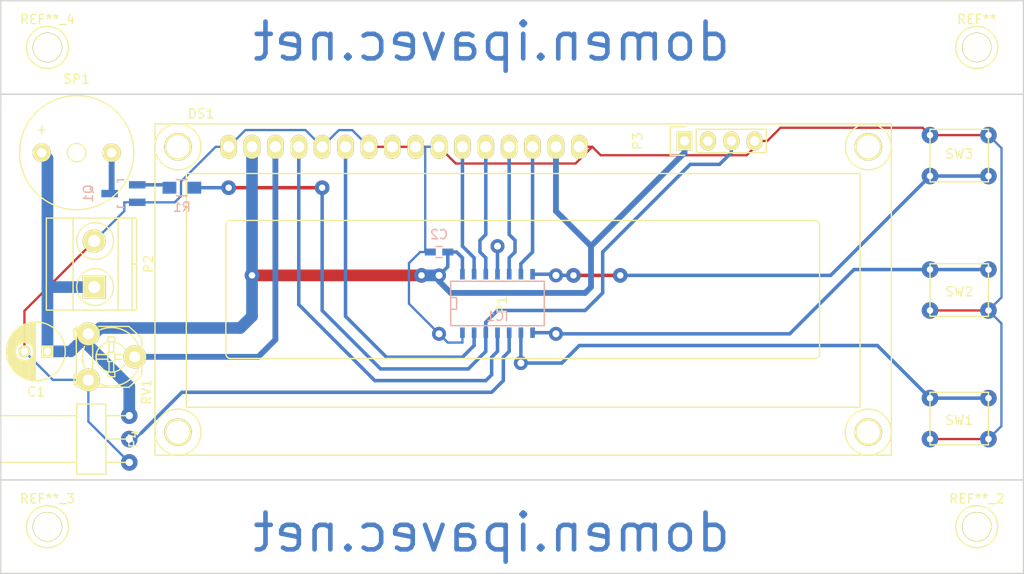
<source format=kicad_pcb>
(kicad_pcb (version 20171130) (host pcbnew "(5.1.12)-1")

  (general
    (thickness 1.6)
    (drawings 21)
    (tracks 190)
    (zones 0)
    (modules 19)
    (nets 19)
  )

  (page A4)
  (layers
    (0 F.Cu signal)
    (31 B.Cu signal)
    (32 B.Adhes user)
    (33 F.Adhes user hide)
    (34 B.Paste user)
    (35 F.Paste user)
    (36 B.SilkS user)
    (37 F.SilkS user)
    (38 B.Mask user)
    (39 F.Mask user)
    (40 Dwgs.User user)
    (41 Cmts.User user)
    (42 Eco1.User user)
    (43 Eco2.User user)
    (44 Edge.Cuts user)
    (45 Margin user)
    (46 B.CrtYd user)
    (47 F.CrtYd user)
    (48 B.Fab user)
    (49 F.Fab user)
  )

  (setup
    (last_trace_width 0.25)
    (user_trace_width 0.381)
    (user_trace_width 0.635)
    (user_trace_width 1.27)
    (user_trace_width 2.54)
    (trace_clearance 0.381)
    (zone_clearance 0.8)
    (zone_45_only no)
    (trace_min 0.2)
    (via_size 1.6)
    (via_drill 0.7)
    (via_min_size 0.4)
    (via_min_drill 0.3)
    (uvia_size 0.3)
    (uvia_drill 0.1)
    (uvias_allowed no)
    (uvia_min_size 0.2)
    (uvia_min_drill 0.1)
    (edge_width 0.15)
    (segment_width 0.2)
    (pcb_text_width 0.3)
    (pcb_text_size 1.5 1.5)
    (mod_edge_width 0.15)
    (mod_text_size 1 1)
    (mod_text_width 0.15)
    (pad_size 3.2 3.2)
    (pad_drill 3)
    (pad_to_mask_clearance 0.2)
    (aux_axis_origin 0 0)
    (visible_elements 7FFFFFFF)
    (pcbplotparams
      (layerselection 0x00000_80000000)
      (usegerberextensions false)
      (usegerberattributes true)
      (usegerberadvancedattributes true)
      (creategerberjobfile true)
      (excludeedgelayer false)
      (linewidth 0.100000)
      (plotframeref false)
      (viasonmask false)
      (mode 1)
      (useauxorigin false)
      (hpglpennumber 1)
      (hpglpenspeed 20)
      (hpglpendiameter 15.000000)
      (psnegative false)
      (psa4output false)
      (plotreference false)
      (plotvalue false)
      (plotinvisibletext false)
      (padsonsilk false)
      (subtractmaskfromsilk false)
      (outputformat 5)
      (mirror false)
      (drillshape 1)
      (scaleselection 1)
      (outputdirectory ""))
  )

  (net 0 "")
  (net 1 GND)
  (net 2 +5V)
  (net 3 "Net-(DS1-Pad3)")
  (net 4 RS)
  (net 5 E)
  (net 6 D4)
  (net 7 D5)
  (net 8 D6)
  (net 9 D7)
  (net 10 AVR_RESET)
  (net 11 AVR_MOSI)
  (net 12 AVR_MISO)
  (net 13 AVR_SCK)
  (net 14 TXD)
  (net 15 DQ)
  (net 16 "Net-(P3-Pad2)")
  (net 17 "Net-(Q1-Pad1)")
  (net 18 "Net-(Q1-Pad3)")

  (net_class Default "This is the default net class."
    (clearance 0.381)
    (trace_width 0.25)
    (via_dia 1.6)
    (via_drill 0.7)
    (uvia_dia 0.3)
    (uvia_drill 0.1)
    (add_net +5V)
    (add_net AVR_MISO)
    (add_net AVR_MOSI)
    (add_net AVR_RESET)
    (add_net AVR_SCK)
    (add_net D4)
    (add_net D5)
    (add_net D6)
    (add_net D7)
    (add_net DQ)
    (add_net E)
    (add_net GND)
    (add_net "Net-(DS1-Pad3)")
    (add_net "Net-(P3-Pad2)")
    (add_net "Net-(Q1-Pad1)")
    (add_net "Net-(Q1-Pad3)")
    (add_net RS)
    (add_net TXD)
  )

  (module Connect:1pin (layer F.Cu) (tedit 57F563DD) (tstamp 57F56405)
    (at 139.065 97.155)
    (descr "module 1 pin (ou trou mecanique de percage)")
    (tags DEV)
    (fp_text reference REF**_4 (at 0 -3.048) (layer F.SilkS)
      (effects (font (size 1 1) (thickness 0.15)))
    )
    (fp_text value 1pin (at 0 2.794) (layer F.Fab)
      (effects (font (size 1 1) (thickness 0.15)))
    )
    (fp_circle (center 0 0) (end 0 -2.286) (layer F.SilkS) (width 0.15))
    (pad 1 thru_hole circle (at 0 0) (size 3.2 3.2) (drill 3) (layers *.Cu *.Mask F.SilkS))
  )

  (module Connect:1pin (layer F.Cu) (tedit 57F563DD) (tstamp 57F563FA)
    (at 139.065 149.225)
    (descr "module 1 pin (ou trou mecanique de percage)")
    (tags DEV)
    (fp_text reference REF**_3 (at 0 -3.048) (layer F.SilkS)
      (effects (font (size 1 1) (thickness 0.15)))
    )
    (fp_text value 1pin (at 0 2.794) (layer F.Fab)
      (effects (font (size 1 1) (thickness 0.15)))
    )
    (fp_circle (center 0 0) (end 0 -2.286) (layer F.SilkS) (width 0.15))
    (pad 1 thru_hole circle (at 0 0) (size 3.2 3.2) (drill 3) (layers *.Cu *.Mask F.SilkS))
  )

  (module Connect:1pin (layer F.Cu) (tedit 57F563DD) (tstamp 57F563F0)
    (at 240.03 149.225)
    (descr "module 1 pin (ou trou mecanique de percage)")
    (tags DEV)
    (fp_text reference REF**_2 (at 0 -3.048) (layer F.SilkS)
      (effects (font (size 1 1) (thickness 0.15)))
    )
    (fp_text value 1pin (at 0 2.794) (layer F.Fab)
      (effects (font (size 1 1) (thickness 0.15)))
    )
    (fp_circle (center 0 0) (end 0 -2.286) (layer F.SilkS) (width 0.15))
    (pad 1 thru_hole circle (at 0 0) (size 3.2 3.2) (drill 3) (layers *.Cu *.Mask F.SilkS))
  )

  (module Capacitors_ThroughHole:C_Radial_D6.3_L11.2_P2.5 (layer F.Cu) (tedit 0) (tstamp 57F53BC5)
    (at 139.065 130.175 180)
    (descr "Radial Electrolytic Capacitor, Diameter 6.3mm x Length 11.2mm, Pitch 2.5mm")
    (tags "Electrolytic Capacitor")
    (path /57F53D7D)
    (fp_text reference C1 (at 1.25 -4.4 180) (layer F.SilkS)
      (effects (font (size 1 1) (thickness 0.15)))
    )
    (fp_text value 100uF (at 1.25 4.4 180) (layer F.Fab)
      (effects (font (size 1 1) (thickness 0.15)))
    )
    (fp_circle (center 1.25 0) (end 1.25 -3.4) (layer F.CrtYd) (width 0.05))
    (fp_circle (center 1.25 0) (end 1.25 -3.1875) (layer F.SilkS) (width 0.15))
    (fp_circle (center 2.5 0) (end 2.5 -1) (layer F.SilkS) (width 0.15))
    (fp_line (start 4.265 -0.912) (end 4.265 0.912) (layer F.SilkS) (width 0.15))
    (fp_line (start 4.125 -1.287) (end 4.125 1.287) (layer F.SilkS) (width 0.15))
    (fp_line (start 3.985 -1.563) (end 3.985 1.563) (layer F.SilkS) (width 0.15))
    (fp_line (start 3.845 -1.786) (end 3.845 1.786) (layer F.SilkS) (width 0.15))
    (fp_line (start 3.705 -1.974) (end 3.705 1.974) (layer F.SilkS) (width 0.15))
    (fp_line (start 3.565 -2.136) (end 3.565 2.136) (layer F.SilkS) (width 0.15))
    (fp_line (start 3.425 0.38) (end 3.425 2.279) (layer F.SilkS) (width 0.15))
    (fp_line (start 3.425 -2.279) (end 3.425 -0.38) (layer F.SilkS) (width 0.15))
    (fp_line (start 3.285 0.619) (end 3.285 2.404) (layer F.SilkS) (width 0.15))
    (fp_line (start 3.285 -2.404) (end 3.285 -0.619) (layer F.SilkS) (width 0.15))
    (fp_line (start 3.145 0.764) (end 3.145 2.516) (layer F.SilkS) (width 0.15))
    (fp_line (start 3.145 -2.516) (end 3.145 -0.764) (layer F.SilkS) (width 0.15))
    (fp_line (start 3.005 0.863) (end 3.005 2.616) (layer F.SilkS) (width 0.15))
    (fp_line (start 3.005 -2.616) (end 3.005 -0.863) (layer F.SilkS) (width 0.15))
    (fp_line (start 2.865 0.931) (end 2.865 2.704) (layer F.SilkS) (width 0.15))
    (fp_line (start 2.865 -2.704) (end 2.865 -0.931) (layer F.SilkS) (width 0.15))
    (fp_line (start 2.725 0.974) (end 2.725 2.783) (layer F.SilkS) (width 0.15))
    (fp_line (start 2.725 -2.783) (end 2.725 -0.974) (layer F.SilkS) (width 0.15))
    (fp_line (start 2.585 0.996) (end 2.585 2.853) (layer F.SilkS) (width 0.15))
    (fp_line (start 2.585 -2.853) (end 2.585 -0.996) (layer F.SilkS) (width 0.15))
    (fp_line (start 2.445 0.998) (end 2.445 2.915) (layer F.SilkS) (width 0.15))
    (fp_line (start 2.445 -2.915) (end 2.445 -0.998) (layer F.SilkS) (width 0.15))
    (fp_line (start 2.305 0.981) (end 2.305 2.968) (layer F.SilkS) (width 0.15))
    (fp_line (start 2.305 -2.968) (end 2.305 -0.981) (layer F.SilkS) (width 0.15))
    (fp_line (start 2.165 0.942) (end 2.165 3.014) (layer F.SilkS) (width 0.15))
    (fp_line (start 2.165 -3.014) (end 2.165 -0.942) (layer F.SilkS) (width 0.15))
    (fp_line (start 2.025 0.88) (end 2.025 3.053) (layer F.SilkS) (width 0.15))
    (fp_line (start 2.025 -3.053) (end 2.025 -0.88) (layer F.SilkS) (width 0.15))
    (fp_line (start 1.885 0.789) (end 1.885 3.085) (layer F.SilkS) (width 0.15))
    (fp_line (start 1.885 -3.085) (end 1.885 -0.789) (layer F.SilkS) (width 0.15))
    (fp_line (start 1.745 0.656) (end 1.745 3.111) (layer F.SilkS) (width 0.15))
    (fp_line (start 1.745 -3.111) (end 1.745 -0.656) (layer F.SilkS) (width 0.15))
    (fp_line (start 1.605 0.446) (end 1.605 3.13) (layer F.SilkS) (width 0.15))
    (fp_line (start 1.605 -3.13) (end 1.605 -0.446) (layer F.SilkS) (width 0.15))
    (fp_line (start 1.465 -3.143) (end 1.465 3.143) (layer F.SilkS) (width 0.15))
    (fp_line (start 1.325 -3.149) (end 1.325 3.149) (layer F.SilkS) (width 0.15))
    (pad 2 thru_hole circle (at 2.5 0 180) (size 1.3 1.3) (drill 0.8) (layers *.Cu *.Mask F.SilkS)
      (net 1 GND))
    (pad 1 thru_hole rect (at 0 0 180) (size 1.3 1.3) (drill 0.8) (layers *.Cu *.Mask F.SilkS)
      (net 2 +5V))
    (model Capacitors_ThroughHole.3dshapes/C_Radial_D6.3_L11.2_P2.5.wrl
      (at (xyz 0 0 0))
      (scale (xyz 1 1 1))
      (rotate (xyz 0 0 0))
    )
  )

  (module Capacitors_SMD:C_0603_HandSoldering (layer B.Cu) (tedit 541A9B4D) (tstamp 57F53BCB)
    (at 181.61 119.38 180)
    (descr "Capacitor SMD 0603, hand soldering")
    (tags "capacitor 0603")
    (path /57ED51F5)
    (attr smd)
    (fp_text reference C2 (at 0 1.9 180) (layer B.SilkS)
      (effects (font (size 1 1) (thickness 0.15)) (justify mirror))
    )
    (fp_text value 100nF (at 0 -1.9 180) (layer B.Fab)
      (effects (font (size 1 1) (thickness 0.15)) (justify mirror))
    )
    (fp_line (start 0.35 -0.6) (end -0.35 -0.6) (layer B.SilkS) (width 0.15))
    (fp_line (start -0.35 0.6) (end 0.35 0.6) (layer B.SilkS) (width 0.15))
    (fp_line (start 1.85 0.75) (end 1.85 -0.75) (layer B.CrtYd) (width 0.05))
    (fp_line (start -1.85 0.75) (end -1.85 -0.75) (layer B.CrtYd) (width 0.05))
    (fp_line (start -1.85 -0.75) (end 1.85 -0.75) (layer B.CrtYd) (width 0.05))
    (fp_line (start -1.85 0.75) (end 1.85 0.75) (layer B.CrtYd) (width 0.05))
    (fp_line (start -0.8 0.4) (end 0.8 0.4) (layer B.Fab) (width 0.15))
    (fp_line (start 0.8 0.4) (end 0.8 -0.4) (layer B.Fab) (width 0.15))
    (fp_line (start 0.8 -0.4) (end -0.8 -0.4) (layer B.Fab) (width 0.15))
    (fp_line (start -0.8 -0.4) (end -0.8 0.4) (layer B.Fab) (width 0.15))
    (pad 1 smd rect (at -0.95 0 180) (size 1.2 0.75) (layers B.Cu B.Paste B.Mask)
      (net 2 +5V))
    (pad 2 smd rect (at 0.95 0 180) (size 1.2 0.75) (layers B.Cu B.Paste B.Mask)
      (net 1 GND))
    (model Capacitors_SMD.3dshapes/C_0603_HandSoldering.wrl
      (at (xyz 0 0 0))
      (scale (xyz 1 1 1))
      (rotate (xyz 0 0 0))
    )
  )

  (module Display:WC1602A (layer F.Cu) (tedit 0) (tstamp 57F53BE3)
    (at 158.75 107.95)
    (descr http://www.kamami.pl/dl/wc1602a0.pdf)
    (tags "LCD 16x2 Alphanumeric 16pin")
    (path /57ED5157)
    (fp_text reference DS1 (at -2.99974 -3.59918) (layer F.SilkS)
      (effects (font (size 1 1) (thickness 0.15)))
    )
    (fp_text value LCD16X2 (at 31.99892 15.49908) (layer F.Fab)
      (effects (font (size 1 1) (thickness 0.15)))
    )
    (fp_circle (center -5.4991 0) (end -2.99974 0) (layer F.SilkS) (width 0.15))
    (fp_circle (center -5.4991 31.0007) (end -8.001 31.0007) (layer F.SilkS) (width 0.15))
    (fp_circle (center 69.49948 31.0007) (end 71.99884 31.0007) (layer F.SilkS) (width 0.15))
    (fp_circle (center 69.49948 0) (end 71.99884 0) (layer F.SilkS) (width 0.15))
    (fp_line (start -8.001 33.50006) (end -8.001 -2.49936) (layer F.SilkS) (width 0.15))
    (fp_line (start 71.99884 33.50006) (end -8.001 33.50006) (layer F.SilkS) (width 0.15))
    (fp_line (start 71.99884 -2.49936) (end 71.99884 33.50006) (layer F.SilkS) (width 0.15))
    (fp_line (start -8.001 -2.49936) (end 71.99884 -2.49936) (layer F.SilkS) (width 0.15))
    (fp_line (start -4.59994 28.30068) (end -4.59994 2.90068) (layer F.SilkS) (width 0.15))
    (fp_line (start 68.60032 28.30068) (end -4.59994 28.30068) (layer F.SilkS) (width 0.15))
    (fp_line (start 68.60032 2.90068) (end 68.60032 28.30068) (layer F.SilkS) (width 0.15))
    (fp_line (start -4.59994 2.90068) (end 68.60032 2.90068) (layer F.SilkS) (width 0.15))
    (fp_line (start 64.20104 8.49884) (end 64.20104 22.49932) (layer F.SilkS) (width 0.15))
    (fp_line (start 63.70066 22.9997) (end 0.20066 22.9997) (layer F.SilkS) (width 0.15))
    (fp_line (start -0.29972 22.49932) (end -0.29972 8.49884) (layer F.SilkS) (width 0.15))
    (fp_line (start 0.20066 8.001) (end 63.70066 8.001) (layer F.SilkS) (width 0.15))
    (fp_arc (start 63.70066 8.49884) (end 63.70066 8.001) (angle 90) (layer F.SilkS) (width 0.15))
    (fp_arc (start 63.70066 22.49932) (end 64.20104 22.49932) (angle 90) (layer F.SilkS) (width 0.15))
    (fp_arc (start 0.20066 22.49932) (end 0.20066 22.9997) (angle 90) (layer F.SilkS) (width 0.15))
    (fp_arc (start 0.20066 8.49884) (end -0.29972 8.49884) (angle 90) (layer F.SilkS) (width 0.15))
    (pad 1 thru_hole oval (at 0 0) (size 1.8 2.6) (drill 1.2) (layers *.Cu *.Mask F.SilkS)
      (net 1 GND))
    (pad 2 thru_hole oval (at 2.54 0) (size 1.8 2.6) (drill 1.2) (layers *.Cu *.Mask F.SilkS)
      (net 2 +5V))
    (pad 3 thru_hole oval (at 5.08 0) (size 1.8 2.6) (drill 1.2) (layers *.Cu *.Mask F.SilkS)
      (net 3 "Net-(DS1-Pad3)"))
    (pad 4 thru_hole oval (at 7.62 0) (size 1.8 2.6) (drill 1.2) (layers *.Cu *.Mask F.SilkS)
      (net 4 RS))
    (pad 5 thru_hole oval (at 10.16 0) (size 1.8 2.6) (drill 1.2) (layers *.Cu *.Mask F.SilkS)
      (net 1 GND))
    (pad 6 thru_hole oval (at 12.7 0) (size 1.8 2.6) (drill 1.2) (layers *.Cu *.Mask F.SilkS)
      (net 5 E))
    (pad 7 thru_hole oval (at 15.24 0) (size 1.8 2.6) (drill 1.2) (layers *.Cu *.Mask F.SilkS)
      (net 1 GND))
    (pad 8 thru_hole oval (at 17.78 0) (size 1.8 2.6) (drill 1.2) (layers *.Cu *.Mask F.SilkS)
      (net 1 GND))
    (pad 9 thru_hole oval (at 20.32 0) (size 1.8 2.6) (drill 1.2) (layers *.Cu *.Mask F.SilkS)
      (net 1 GND))
    (pad 10 thru_hole oval (at 22.86 0) (size 1.8 2.6) (drill 1.2) (layers *.Cu *.Mask F.SilkS)
      (net 1 GND))
    (pad 11 thru_hole oval (at 25.4 0) (size 1.8 2.6) (drill 1.2) (layers *.Cu *.Mask F.SilkS)
      (net 6 D4))
    (pad 12 thru_hole oval (at 27.94 0) (size 1.8 2.6) (drill 1.2) (layers *.Cu *.Mask F.SilkS)
      (net 7 D5))
    (pad 13 thru_hole oval (at 30.48 0) (size 1.8 2.6) (drill 1.2) (layers *.Cu *.Mask F.SilkS)
      (net 8 D6))
    (pad 14 thru_hole oval (at 33.02 0) (size 1.8 2.6) (drill 1.2) (layers *.Cu *.Mask F.SilkS)
      (net 9 D7))
    (pad 15 thru_hole oval (at 35.56 0) (size 1.8 2.6) (drill 1.2) (layers *.Cu *.Mask F.SilkS)
      (net 2 +5V))
    (pad 16 thru_hole oval (at 38.1 0) (size 1.8 2.6) (drill 1.2) (layers *.Cu *.Mask F.SilkS)
      (net 1 GND))
    (pad 0 thru_hole circle (at -5.4991 0) (size 3 3) (drill 2.5) (layers *.Cu *.Mask F.SilkS))
    (pad 0 thru_hole circle (at -5.4991 31.0007) (size 3 3) (drill 2.5) (layers *.Cu *.Mask F.SilkS))
    (pad 0 thru_hole circle (at 69.49948 31.0007) (size 3 3) (drill 2.5) (layers *.Cu *.Mask F.SilkS))
    (pad 0 thru_hole circle (at 69.49948 0) (size 3 3) (drill 2.5) (layers *.Cu *.Mask F.SilkS))
  )

  (module SMD_Packages:SOIC-14_N (layer B.Cu) (tedit 0) (tstamp 57F53BF5)
    (at 187.96 125.095)
    (descr "Module CMS SOJ 14 pins Large")
    (tags "CMS SOJ")
    (path /57ED509C)
    (attr smd)
    (fp_text reference IC1 (at 0 1.27) (layer B.SilkS)
      (effects (font (size 1 1) (thickness 0.15)) (justify mirror))
    )
    (fp_text value ATTINY841-SSU (at 0 -1.27) (layer B.Fab)
      (effects (font (size 1 1) (thickness 0.15)) (justify mirror))
    )
    (fp_line (start -4.445 -0.762) (end -5.08 -0.762) (layer B.SilkS) (width 0.15))
    (fp_line (start -4.445 0.508) (end -4.445 -0.762) (layer B.SilkS) (width 0.15))
    (fp_line (start -5.08 0.508) (end -4.445 0.508) (layer B.SilkS) (width 0.15))
    (fp_line (start -5.08 2.286) (end 5.08 2.286) (layer B.SilkS) (width 0.15))
    (fp_line (start -5.08 -2.54) (end -5.08 2.286) (layer B.SilkS) (width 0.15))
    (fp_line (start 5.08 -2.54) (end -5.08 -2.54) (layer B.SilkS) (width 0.15))
    (fp_line (start 5.08 2.286) (end 5.08 -2.54) (layer B.SilkS) (width 0.15))
    (pad 1 smd rect (at -3.81 -3.302) (size 0.508 1.143) (layers B.Cu B.Paste B.Mask)
      (net 2 +5V))
    (pad 2 smd rect (at -2.54 -3.302) (size 0.508 1.143) (layers B.Cu B.Paste B.Mask)
      (net 6 D4))
    (pad 3 smd rect (at -1.27 -3.302) (size 0.508 1.143) (layers B.Cu B.Paste B.Mask)
      (net 7 D5))
    (pad 4 smd rect (at 0 -3.302) (size 0.508 1.143) (layers B.Cu B.Paste B.Mask)
      (net 10 AVR_RESET))
    (pad 5 smd rect (at 1.27 -3.302) (size 0.508 1.143) (layers B.Cu B.Paste B.Mask)
      (net 8 D6))
    (pad 6 smd rect (at 2.54 -3.302) (size 0.508 1.143) (layers B.Cu B.Paste B.Mask)
      (net 9 D7))
    (pad 7 smd rect (at 3.81 -3.302) (size 0.508 1.143) (layers B.Cu B.Paste B.Mask)
      (net 11 AVR_MOSI))
    (pad 8 smd rect (at 3.81 3.048) (size 0.508 1.143) (layers B.Cu B.Paste B.Mask)
      (net 12 AVR_MISO))
    (pad 9 smd rect (at 2.54 3.048) (size 0.508 1.143) (layers B.Cu B.Paste B.Mask)
      (net 13 AVR_SCK))
    (pad 11 smd rect (at 0 3.048) (size 0.508 1.143) (layers B.Cu B.Paste B.Mask)
      (net 4 RS))
    (pad 12 smd rect (at -1.27 3.048) (size 0.508 1.143) (layers B.Cu B.Paste B.Mask)
      (net 14 TXD))
    (pad 13 smd rect (at -2.54 3.048) (size 0.508 1.143) (layers B.Cu B.Paste B.Mask)
      (net 5 E))
    (pad 14 smd rect (at -3.81 3.048) (size 0.508 1.143) (layers B.Cu B.Paste B.Mask)
      (net 1 GND))
    (pad 10 smd rect (at 1.27 3.048) (size 0.508 1.143) (layers B.Cu B.Paste B.Mask)
      (net 15 DQ))
    (model SMD_Packages.3dshapes/SOIC-14_N.wrl
      (at (xyz 0 0 0))
      (scale (xyz 0.5 0.4 0.5))
      (rotate (xyz 0 0 0))
    )
  )

  (module attiny841-spi:ATTINY841-SPI (layer F.Cu) (tedit 57C2806E) (tstamp 57F53BFF)
    (at 187.96 125.095 90)
    (path /57F5401E)
    (fp_text reference P1 (at 0 0.5 90) (layer F.SilkS)
      (effects (font (size 1 1) (thickness 0.15)))
    )
    (fp_text value CONN_01X06 (at 0 -0.5 90) (layer F.Fab)
      (effects (font (size 1 1) (thickness 0.15)))
    )
    (pad 1 thru_hole circle (at -3.175 6.35 90) (size 1.524 1.524) (drill 0.762) (layers *.Cu *.Mask)
      (net 12 AVR_MISO))
    (pad 4 thru_hole circle (at 3.175 6.35 90) (size 1.524 1.524) (drill 0.762) (layers *.Cu *.Mask)
      (net 11 AVR_MOSI))
    (pad 2 thru_hole circle (at 3.175 -6.35 90) (size 1.524 1.524) (drill 0.762) (layers *.Cu *.Mask)
      (net 2 +5V))
    (pad 6 thru_hole circle (at -3.175 -6.35 90) (size 1.524 1.524) (drill 0.762) (layers *.Cu *.Mask)
      (net 1 GND))
    (pad 5 thru_hole circle (at 6.35 0 90) (size 1.524 1.524) (drill 0.762) (layers *.Cu *.Mask)
      (net 10 AVR_RESET))
    (pad 3 thru_hole circle (at -6.35 2.54 90) (size 1.524 1.524) (drill 0.762) (layers *.Cu *.Mask)
      (net 13 AVR_SCK))
  )

  (module Terminal_Blocks:TerminalBlock_Pheonix_MKDS1.5-2pol (layer F.Cu) (tedit 7FFFFFFF) (tstamp 57F53C05)
    (at 144.145 123.19 90)
    (descr "2-way 5mm pitch terminal block, Phoenix MKDS series")
    (path /57F536CD)
    (fp_text reference P2 (at 2.5 5.9 90) (layer F.SilkS)
      (effects (font (size 1 1) (thickness 0.15)))
    )
    (fp_text value CONN_01X02 (at 2.5 -6.6 90) (layer F.Fab)
      (effects (font (size 1 1) (thickness 0.15)))
    )
    (fp_circle (center 0 0.1) (end 2 0.1) (layer F.SilkS) (width 0.15))
    (fp_circle (center 5 0.1) (end 3 0.1) (layer F.SilkS) (width 0.15))
    (fp_line (start -2.5 -5.2) (end -2.5 4.6) (layer F.SilkS) (width 0.15))
    (fp_line (start 7.5 -5.2) (end -2.5 -5.2) (layer F.SilkS) (width 0.15))
    (fp_line (start 7.5 4.6) (end 7.5 -5.2) (layer F.SilkS) (width 0.15))
    (fp_line (start -2.5 4.6) (end 7.5 4.6) (layer F.SilkS) (width 0.15))
    (fp_line (start -2.5 4.1) (end 7.5 4.1) (layer F.SilkS) (width 0.15))
    (fp_line (start -2.5 -2.3) (end 7.5 -2.3) (layer F.SilkS) (width 0.15))
    (fp_line (start -2.5 2.6) (end 7.5 2.6) (layer F.SilkS) (width 0.15))
    (fp_line (start 2.5 4.1) (end 2.5 4.6) (layer F.SilkS) (width 0.15))
    (fp_line (start 7.7 -5.4) (end 7.7 4.8) (layer F.CrtYd) (width 0.05))
    (fp_line (start 7.7 4.8) (end -2.7 4.8) (layer F.CrtYd) (width 0.05))
    (fp_line (start -2.7 4.8) (end -2.7 -5.4) (layer F.CrtYd) (width 0.05))
    (fp_line (start -2.7 -5.4) (end 7.7 -5.4) (layer F.CrtYd) (width 0.05))
    (pad 1 thru_hole rect (at 0 0 90) (size 2.5 2.5) (drill 1.3) (layers *.Cu *.Mask F.SilkS)
      (net 2 +5V))
    (pad 2 thru_hole circle (at 5 0 90) (size 2.5 2.5) (drill 1.3) (layers *.Cu *.Mask F.SilkS)
      (net 1 GND))
    (model Terminal_Blocks.3dshapes/TerminalBlock_Pheonix_MKDS1.5-2pol.wrl
      (offset (xyz 2.499359962463379 0 0))
      (scale (xyz 1 1 1))
      (rotate (xyz 0 0 0))
    )
  )

  (module Pin_Headers:Pin_Header_Straight_1x04 (layer F.Cu) (tedit 0) (tstamp 57F53C0D)
    (at 208.28 107.315 90)
    (descr "Through hole pin header")
    (tags "pin header")
    (path /57F53218)
    (fp_text reference P3 (at 0 -5.1 90) (layer F.SilkS)
      (effects (font (size 1 1) (thickness 0.15)))
    )
    (fp_text value CONN_01X04 (at 0 -3.1 90) (layer F.Fab)
      (effects (font (size 1 1) (thickness 0.15)))
    )
    (fp_line (start -1.55 -1.55) (end 1.55 -1.55) (layer F.SilkS) (width 0.15))
    (fp_line (start -1.55 0) (end -1.55 -1.55) (layer F.SilkS) (width 0.15))
    (fp_line (start 1.27 1.27) (end -1.27 1.27) (layer F.SilkS) (width 0.15))
    (fp_line (start -1.27 8.89) (end 1.27 8.89) (layer F.SilkS) (width 0.15))
    (fp_line (start 1.55 -1.55) (end 1.55 0) (layer F.SilkS) (width 0.15))
    (fp_line (start 1.27 1.27) (end 1.27 8.89) (layer F.SilkS) (width 0.15))
    (fp_line (start -1.27 1.27) (end -1.27 8.89) (layer F.SilkS) (width 0.15))
    (fp_line (start -1.75 9.4) (end 1.75 9.4) (layer F.CrtYd) (width 0.05))
    (fp_line (start -1.75 -1.75) (end 1.75 -1.75) (layer F.CrtYd) (width 0.05))
    (fp_line (start 1.75 -1.75) (end 1.75 9.4) (layer F.CrtYd) (width 0.05))
    (fp_line (start -1.75 -1.75) (end -1.75 9.4) (layer F.CrtYd) (width 0.05))
    (pad 1 thru_hole rect (at 0 0 90) (size 2.032 1.7272) (drill 1.016) (layers *.Cu *.Mask F.SilkS)
      (net 2 +5V))
    (pad 2 thru_hole oval (at 0 2.54 90) (size 2.032 1.7272) (drill 1.016) (layers *.Cu *.Mask F.SilkS)
      (net 16 "Net-(P3-Pad2)"))
    (pad 3 thru_hole oval (at 0 5.08 90) (size 2.032 1.7272) (drill 1.016) (layers *.Cu *.Mask F.SilkS)
      (net 14 TXD))
    (pad 4 thru_hole oval (at 0 7.62 90) (size 2.032 1.7272) (drill 1.016) (layers *.Cu *.Mask F.SilkS)
      (net 1 GND))
    (model Pin_Headers.3dshapes/Pin_Header_Straight_1x04.wrl
      (offset (xyz 0 -3.809999942779541 0))
      (scale (xyz 1 1 1))
      (rotate (xyz 0 0 90))
    )
  )

  (module fanconnector:fanconnector (layer F.Cu) (tedit 57F53B5E) (tstamp 57F53C14)
    (at 147.955 139.7 90)
    (path /57F53403)
    (fp_text reference P4 (at 0 0.5 90) (layer F.SilkS)
      (effects (font (size 1 1) (thickness 0.15)))
    )
    (fp_text value CONN_01X03 (at 0 -0.5 90) (layer F.Fab)
      (effects (font (size 1 1) (thickness 0.15)))
    )
    (fp_line (start 2.54 0) (end 2.54 -2.54) (layer F.SilkS) (width 0.15))
    (fp_line (start 0 0) (end 0 -2.54) (layer F.SilkS) (width 0.15))
    (fp_line (start -2.54 0) (end -2.54 -2.54) (layer F.SilkS) (width 0.15))
    (fp_line (start 0 -2.54) (end 3.81 -2.54) (layer F.SilkS) (width 0.15))
    (fp_line (start 0 -2.54) (end -3.81 -2.54) (layer F.SilkS) (width 0.15))
    (fp_line (start 3.81 -5.715) (end 3.81 -2.54) (layer F.SilkS) (width 0.15))
    (fp_line (start -3.81 -5.715) (end 3.81 -5.715) (layer F.SilkS) (width 0.15))
    (fp_line (start -3.81 -2.54) (end -3.81 -5.715) (layer F.SilkS) (width 0.15))
    (fp_line (start 2.54 -13.97) (end 2.54 -5.715) (layer F.SilkS) (width 0.15))
    (fp_line (start 0 -13.97) (end 2.54 -13.97) (layer F.SilkS) (width 0.15))
    (fp_line (start -2.54 -6.35) (end -2.54 -5.715) (layer F.SilkS) (width 0.15))
    (fp_line (start -2.54 -13.97) (end -2.54 -6.35) (layer F.SilkS) (width 0.15))
    (fp_line (start 0 -13.97) (end -2.54 -13.97) (layer F.SilkS) (width 0.15))
    (pad 2 thru_hole circle (at 0 0 90) (size 1.8 1.8) (drill 0.8) (layers *.Cu *.Mask)
      (net 15 DQ))
    (pad 3 thru_hole circle (at 2.54 0 90) (size 1.8 1.8) (drill 0.8) (layers *.Cu *.Mask)
      (net 2 +5V))
    (pad 1 thru_hole circle (at -2.54 0 90) (size 1.8 1.8) (drill 0.8) (layers *.Cu *.Mask)
      (net 1 GND))
  )

  (module Potentiometers:Potentiometer_Triwood_RM-065 (layer F.Cu) (tedit 53FABC1B) (tstamp 57F53C1B)
    (at 143.51 128.27 270)
    (descr "Potentiometer, Trimmer, RM-065")
    (tags "Potentiometer, Trimmer, RM-065")
    (path /57EF6F40)
    (fp_text reference RV1 (at 6.30936 -6.30936 270) (layer F.SilkS)
      (effects (font (size 1 1) (thickness 0.15)))
    )
    (fp_text value POT (at 2.49936 2.58064 270) (layer F.Fab)
      (effects (font (size 1 1) (thickness 0.15)))
    )
    (fp_line (start -0.80264 1.31064) (end 5.80136 1.31064) (layer F.SilkS) (width 0.15))
    (fp_line (start 0.59436 1.56464) (end 0.59436 1.31064) (layer F.SilkS) (width 0.15))
    (fp_line (start -0.54864 1.56464) (end 0.59436 1.56464) (layer F.SilkS) (width 0.15))
    (fp_line (start -0.54864 1.31064) (end -0.54864 1.56464) (layer F.SilkS) (width 0.15))
    (fp_line (start 4.40436 1.56464) (end 4.40436 1.31064) (layer F.SilkS) (width 0.15))
    (fp_line (start 5.54736 1.56464) (end 4.40436 1.56464) (layer F.SilkS) (width 0.15))
    (fp_line (start 5.54736 1.31064) (end 5.54736 1.56464) (layer F.SilkS) (width 0.15))
    (fp_line (start 5.80136 -4.40436) (end 5.80136 -2.49936) (layer F.SilkS) (width 0.15))
    (fp_line (start 4.53136 -5.80136) (end 5.80136 -4.40436) (layer F.SilkS) (width 0.15))
    (fp_line (start -0.80264 -4.40436) (end -0.80264 -2.49936) (layer F.SilkS) (width 0.15))
    (fp_line (start 0.46736 -5.80136) (end -0.80264 -4.40436) (layer F.SilkS) (width 0.15))
    (fp_line (start 3.00736 -2.88036) (end 1.99136 -2.88036) (layer F.SilkS) (width 0.15))
    (fp_line (start 3.00736 -2.11836) (end 3.00736 -2.88036) (layer F.SilkS) (width 0.15))
    (fp_line (start 1.99136 -2.11836) (end 3.00736 -2.11836) (layer F.SilkS) (width 0.15))
    (fp_line (start 1.99136 -2.88036) (end 1.99136 -2.11836) (layer F.SilkS) (width 0.15))
    (fp_line (start 2.24536 -2.11836) (end 2.24536 -0.84836) (layer F.SilkS) (width 0.15))
    (fp_line (start 2.75336 -2.11836) (end 2.75336 -0.84836) (layer F.SilkS) (width 0.15))
    (fp_line (start 1.99136 -2.75336) (end 0.84836 -2.75336) (layer F.SilkS) (width 0.15))
    (fp_line (start 1.99136 -2.24536) (end 0.84836 -2.24536) (layer F.SilkS) (width 0.15))
    (fp_line (start 3.00736 -2.75336) (end 4.15036 -2.75336) (layer F.SilkS) (width 0.15))
    (fp_line (start 3.00736 -2.24536) (end 4.15036 -2.24536) (layer F.SilkS) (width 0.15))
    (fp_line (start 0.34036 -2.11836) (end 0.84836 -2.11836) (layer F.SilkS) (width 0.15))
    (fp_line (start 0.34036 -2.88036) (end 0.34036 -2.11836) (layer F.SilkS) (width 0.15))
    (fp_line (start 0.84836 -2.88036) (end 0.34036 -2.88036) (layer F.SilkS) (width 0.15))
    (fp_line (start 4.65836 -2.11836) (end 4.15036 -2.11836) (layer F.SilkS) (width 0.15))
    (fp_line (start 4.65836 -2.88036) (end 4.65836 -2.11836) (layer F.SilkS) (width 0.15))
    (fp_line (start 4.15036 -2.88036) (end 4.65836 -2.88036) (layer F.SilkS) (width 0.15))
    (fp_line (start 1.35636 -5.80136) (end 0.46736 -5.80136) (layer F.SilkS) (width 0.15))
    (fp_line (start 4.53136 -5.80136) (end 3.64236 -5.80136) (layer F.SilkS) (width 0.15))
    (fp_line (start 1.22936 -0.46736) (end 3.76936 -0.46736) (layer F.SilkS) (width 0.15))
    (fp_line (start 3.26136 0.54864) (end 3.64236 0.42164) (layer F.SilkS) (width 0.15))
    (fp_line (start 2.49936 0.67564) (end 3.26136 0.54864) (layer F.SilkS) (width 0.15))
    (fp_line (start 1.73736 0.54864) (end 2.49936 0.67564) (layer F.SilkS) (width 0.15))
    (fp_line (start 1.35636 0.42164) (end 1.73736 0.54864) (layer F.SilkS) (width 0.15))
    (fp_line (start 5.80136 -2.49936) (end 5.80136 -1.10236) (layer F.SilkS) (width 0.15))
    (fp_line (start 5.80136 1.31064) (end 5.80136 1.18364) (layer F.SilkS) (width 0.15))
    (fp_line (start -0.80264 -2.49936) (end -0.80264 -1.10236) (layer F.SilkS) (width 0.15))
    (fp_line (start -0.80264 1.31064) (end -0.80264 1.18364) (layer F.SilkS) (width 0.15))
    (fp_line (start 2.75336 -2.88036) (end 2.75336 -3.64236) (layer F.SilkS) (width 0.15))
    (fp_line (start 2.24536 -2.88036) (end 2.24536 -3.64236) (layer F.SilkS) (width 0.15))
    (fp_arc (start 2.49936 -2.49936) (end 4.15036 -2.24536) (angle 90) (layer F.SilkS) (width 0.15))
    (fp_arc (start 2.49936 -2.49936) (end 2.62636 -0.84836) (angle 90) (layer F.SilkS) (width 0.15))
    (fp_arc (start 2.49936 -2.49936) (end 3.38836 -3.89636) (angle 90) (layer F.SilkS) (width 0.15))
    (fp_arc (start 2.49936 -2.49936) (end 1.10236 -1.61036) (angle 90) (layer F.SilkS) (width 0.15))
    (fp_arc (start 2.49936 -2.49936) (end 3.76936 -5.42036) (angle 90) (layer F.SilkS) (width 0.15))
    (fp_arc (start 2.49936 -2.49936) (end -0.42164 -1.22936) (angle 90) (layer F.SilkS) (width 0.15))
    (pad 2 thru_hole circle (at 2.49936 -5.03936 270) (size 2.49936 2.49936) (drill 1.19888) (layers *.Cu *.Mask F.SilkS)
      (net 3 "Net-(DS1-Pad3)"))
    (pad 3 thru_hole circle (at 4.99872 0 270) (size 2.49936 2.49936) (drill 1.19888) (layers *.Cu *.Mask F.SilkS)
      (net 1 GND))
    (pad 1 thru_hole circle (at 0 0 270) (size 2.49936 2.49936) (drill 1.19888) (layers *.Cu *.Mask F.SilkS)
      (net 2 +5V))
    (model Potentiometers.3dshapes/Potentiometer_Triwood_RM-065.wrl
      (at (xyz 0 0 0))
      (scale (xyz 4 4 4))
      (rotate (xyz 0 0 0))
    )
  )

  (module pushbutton:pushbutton (layer F.Cu) (tedit 57F53A28) (tstamp 57F53C23)
    (at 238.125 137.16)
    (path /57F538F8)
    (fp_text reference SW1 (at 0 0.5) (layer F.SilkS)
      (effects (font (size 1 1) (thickness 0.15)))
    )
    (fp_text value SW_PUSH (at 0 -0.5) (layer F.Fab)
      (effects (font (size 1 1) (thickness 0.15)))
    )
    (fp_line (start -3.175 -2.54) (end -3.175 3.175) (layer F.SilkS) (width 0.15))
    (fp_line (start 3.175 -2.54) (end -3.175 -2.54) (layer F.SilkS) (width 0.15))
    (fp_line (start 3.175 3.175) (end 3.175 -2.54) (layer F.SilkS) (width 0.15))
    (fp_line (start -3.175 3.175) (end 3.175 3.175) (layer F.SilkS) (width 0.15))
    (pad 1 thru_hole circle (at -3.175 2.54) (size 1.8 1.8) (drill 0.7) (layers *.Cu *.Mask)
      (net 1 GND))
    (pad 1 thru_hole circle (at 3.175 2.54) (size 1.8 1.8) (drill 0.7) (layers *.Cu *.Mask)
      (net 1 GND))
    (pad 2 thru_hole circle (at -3.175 -1.905) (size 1.8 1.8) (drill 0.7) (layers *.Cu *.Mask)
      (net 13 AVR_SCK))
    (pad 2 thru_hole circle (at 3.175 -1.905) (size 1.8 1.8) (drill 0.7) (layers *.Cu *.Mask)
      (net 13 AVR_SCK))
  )

  (module pushbutton:pushbutton (layer F.Cu) (tedit 57F53A28) (tstamp 57F53C2B)
    (at 238.125 123.19)
    (path /57F53997)
    (fp_text reference SW2 (at 0 0.5) (layer F.SilkS)
      (effects (font (size 1 1) (thickness 0.15)))
    )
    (fp_text value SW_PUSH (at 0 -0.5) (layer F.Fab)
      (effects (font (size 1 1) (thickness 0.15)))
    )
    (fp_line (start -3.175 -2.54) (end -3.175 3.175) (layer F.SilkS) (width 0.15))
    (fp_line (start 3.175 -2.54) (end -3.175 -2.54) (layer F.SilkS) (width 0.15))
    (fp_line (start 3.175 3.175) (end 3.175 -2.54) (layer F.SilkS) (width 0.15))
    (fp_line (start -3.175 3.175) (end 3.175 3.175) (layer F.SilkS) (width 0.15))
    (pad 1 thru_hole circle (at -3.175 2.54) (size 1.8 1.8) (drill 0.7) (layers *.Cu *.Mask)
      (net 1 GND))
    (pad 1 thru_hole circle (at 3.175 2.54) (size 1.8 1.8) (drill 0.7) (layers *.Cu *.Mask)
      (net 1 GND))
    (pad 2 thru_hole circle (at -3.175 -1.905) (size 1.8 1.8) (drill 0.7) (layers *.Cu *.Mask)
      (net 12 AVR_MISO))
    (pad 2 thru_hole circle (at 3.175 -1.905) (size 1.8 1.8) (drill 0.7) (layers *.Cu *.Mask)
      (net 12 AVR_MISO))
  )

  (module pushbutton:pushbutton (layer F.Cu) (tedit 57F53A28) (tstamp 57F53C33)
    (at 238.125 109.22 180)
    (path /57F539D6)
    (fp_text reference SW3 (at 0 0.5 180) (layer F.SilkS)
      (effects (font (size 1 1) (thickness 0.15)))
    )
    (fp_text value SW_PUSH (at 0 -0.5 180) (layer F.Fab)
      (effects (font (size 1 1) (thickness 0.15)))
    )
    (fp_line (start -3.175 -2.54) (end -3.175 3.175) (layer F.SilkS) (width 0.15))
    (fp_line (start 3.175 -2.54) (end -3.175 -2.54) (layer F.SilkS) (width 0.15))
    (fp_line (start 3.175 3.175) (end 3.175 -2.54) (layer F.SilkS) (width 0.15))
    (fp_line (start -3.175 3.175) (end 3.175 3.175) (layer F.SilkS) (width 0.15))
    (pad 1 thru_hole circle (at -3.175 2.54 180) (size 1.8 1.8) (drill 0.7) (layers *.Cu *.Mask)
      (net 1 GND))
    (pad 1 thru_hole circle (at 3.175 2.54 180) (size 1.8 1.8) (drill 0.7) (layers *.Cu *.Mask)
      (net 1 GND))
    (pad 2 thru_hole circle (at -3.175 -1.905 180) (size 1.8 1.8) (drill 0.7) (layers *.Cu *.Mask)
      (net 11 AVR_MOSI))
    (pad 2 thru_hole circle (at 3.175 -1.905 180) (size 1.8 1.8) (drill 0.7) (layers *.Cu *.Mask)
      (net 11 AVR_MOSI))
  )

  (module TO_SOT_Packages_SMD:SOT-23_Handsoldering (layer B.Cu) (tedit 54E9291B) (tstamp 57F55F54)
    (at 147.32 113.03 270)
    (descr "SOT-23, Handsoldering")
    (tags SOT-23)
    (path /57F55DB2)
    (attr smd)
    (fp_text reference Q1 (at 0 3.81 270) (layer B.SilkS)
      (effects (font (size 1 1) (thickness 0.15)) (justify mirror))
    )
    (fp_text value Q_NPN_BEC (at 0 -3.81 270) (layer B.Fab)
      (effects (font (size 1 1) (thickness 0.15)) (justify mirror))
    )
    (fp_line (start 1.49982 0.65024) (end 1.49982 -0.0508) (layer B.SilkS) (width 0.15))
    (fp_line (start 1.29916 0.65024) (end 1.49982 0.65024) (layer B.SilkS) (width 0.15))
    (fp_line (start -1.49982 0.65024) (end -1.2509 0.65024) (layer B.SilkS) (width 0.15))
    (fp_line (start -1.49982 -0.0508) (end -1.49982 0.65024) (layer B.SilkS) (width 0.15))
    (pad 1 smd rect (at -0.95 -1.50114 270) (size 0.8001 1.80086) (layers B.Cu B.Paste B.Mask)
      (net 17 "Net-(Q1-Pad1)"))
    (pad 2 smd rect (at 0.95 -1.50114 270) (size 0.8001 1.80086) (layers B.Cu B.Paste B.Mask)
      (net 1 GND))
    (pad 3 smd rect (at 0 1.50114 270) (size 0.8001 1.80086) (layers B.Cu B.Paste B.Mask)
      (net 18 "Net-(Q1-Pad3)"))
    (model TO_SOT_Packages_SMD.3dshapes/SOT-23_Handsoldering.wrl
      (at (xyz 0 0 0))
      (scale (xyz 1 1 1))
      (rotate (xyz 0 0 0))
    )
  )

  (module Resistors_SMD:R_0805_HandSoldering (layer B.Cu) (tedit 54189DEE) (tstamp 57F55F5A)
    (at 153.67 112.395)
    (descr "Resistor SMD 0805, hand soldering")
    (tags "resistor 0805")
    (path /57F56077)
    (attr smd)
    (fp_text reference R1 (at 0 2.1) (layer B.SilkS)
      (effects (font (size 1 1) (thickness 0.15)) (justify mirror))
    )
    (fp_text value 4k7 (at 0 -2.1) (layer B.Fab)
      (effects (font (size 1 1) (thickness 0.15)) (justify mirror))
    )
    (fp_line (start -0.6 0.875) (end 0.6 0.875) (layer B.SilkS) (width 0.15))
    (fp_line (start 0.6 -0.875) (end -0.6 -0.875) (layer B.SilkS) (width 0.15))
    (fp_line (start 2.4 1) (end 2.4 -1) (layer B.CrtYd) (width 0.05))
    (fp_line (start -2.4 1) (end -2.4 -1) (layer B.CrtYd) (width 0.05))
    (fp_line (start -2.4 -1) (end 2.4 -1) (layer B.CrtYd) (width 0.05))
    (fp_line (start -2.4 1) (end 2.4 1) (layer B.CrtYd) (width 0.05))
    (pad 1 smd rect (at -1.35 0) (size 1.5 1.3) (layers B.Cu B.Paste B.Mask)
      (net 17 "Net-(Q1-Pad1)"))
    (pad 2 smd rect (at 1.35 0) (size 1.5 1.3) (layers B.Cu B.Paste B.Mask)
      (net 14 TXD))
    (model Resistors_SMD.3dshapes/R_0805_HandSoldering.wrl
      (at (xyz 0 0 0))
      (scale (xyz 1 1 1))
      (rotate (xyz 0 0 0))
    )
  )

  (module Buzzers_Beepers:Buzzer_12x9.5RM7.6 (layer F.Cu) (tedit 544E361A) (tstamp 57F55F60)
    (at 142.24 108.585)
    (descr "Generic Buzzer, D12mm height 9.5mm with RM7.6mm")
    (tags buzzer)
    (path /57F55E4F)
    (fp_text reference SP1 (at 0 -8.001) (layer F.SilkS)
      (effects (font (size 1 1) (thickness 0.15)))
    )
    (fp_text value SPEAKER (at -1.00076 8.001) (layer F.Fab)
      (effects (font (size 1 1) (thickness 0.15)))
    )
    (fp_circle (center 0 0) (end 6.20014 0) (layer F.SilkS) (width 0.15))
    (fp_circle (center 0 0) (end 1.00076 0) (layer F.SilkS) (width 0.15))
    (fp_text user + (at -3.81 -2.54) (layer F.SilkS)
      (effects (font (size 1 1) (thickness 0.15)))
    )
    (pad 1 thru_hole circle (at -3.79984 0) (size 2 2) (drill 1.00076) (layers *.Cu *.Mask F.SilkS)
      (net 2 +5V))
    (pad 2 thru_hole circle (at 3.79984 0) (size 2 2) (drill 1.00076) (layers *.Cu *.Mask F.SilkS)
      (net 18 "Net-(Q1-Pad3)"))
    (model Buzzers_Beepers.3dshapes/Buzzer_12x9.5RM7.6.wrl
      (at (xyz 0 0 0))
      (scale (xyz 4 4 4))
      (rotate (xyz 0 0 0))
    )
  )

  (module Connect:1pin (layer F.Cu) (tedit 57F563DD) (tstamp 57F563C2)
    (at 240.03 97.155)
    (descr "module 1 pin (ou trou mecanique de percage)")
    (tags DEV)
    (fp_text reference REF** (at 0 -3.048) (layer F.SilkS)
      (effects (font (size 1 1) (thickness 0.15)))
    )
    (fp_text value 1pin (at 0 2.794) (layer F.Fab)
      (effects (font (size 1 1) (thickness 0.15)))
    )
    (fp_circle (center 0 0) (end 0 -2.286) (layer F.SilkS) (width 0.15))
    (pad 1 thru_hole circle (at 0 0) (size 3.2 3.2) (drill 3) (layers *.Cu *.Mask F.SilkS))
  )

  (gr_text domen.ipavec.net (at 187.325 96.52) (layer B.Cu)
    (effects (font (size 4 4) (thickness 0.5)) (justify mirror))
  )
  (gr_text domen.ipavec.net (at 187.325 149.86) (layer B.Cu)
    (effects (font (size 4 4) (thickness 0.5)) (justify mirror))
  )
  (gr_line (start 133.985 154.305) (end 133.985 144.145) (angle 90) (layer Edge.Cuts) (width 0.15))
  (gr_line (start 245.11 154.305) (end 133.985 154.305) (angle 90) (layer Edge.Cuts) (width 0.15))
  (gr_line (start 245.11 144.145) (end 245.11 154.305) (angle 90) (layer Edge.Cuts) (width 0.15))
  (gr_line (start 133.985 92.075) (end 133.985 102.235) (angle 90) (layer Edge.Cuts) (width 0.15))
  (gr_line (start 245.11 92.075) (end 133.985 92.075) (angle 90) (layer Edge.Cuts) (width 0.15))
  (gr_line (start 245.11 92.71) (end 245.11 92.075) (angle 90) (layer Edge.Cuts) (width 0.15))
  (gr_line (start 245.11 102.235) (end 245.11 92.71) (angle 90) (layer Edge.Cuts) (width 0.15))
  (gr_line (start 245.11 102.235) (end 245.11 104.14) (angle 90) (layer Edge.Cuts) (width 0.15))
  (gr_line (start 243.84 102.235) (end 245.11 102.235) (angle 90) (layer Edge.Cuts) (width 0.15))
  (gr_line (start 245.11 144.145) (end 245.11 142.24) (angle 90) (layer Edge.Cuts) (width 0.15))
  (gr_line (start 243.84 144.145) (end 245.11 144.145) (angle 90) (layer Edge.Cuts) (width 0.15))
  (gr_line (start 133.985 103.505) (end 133.985 102.235) (angle 90) (layer Edge.Cuts) (width 0.15))
  (gr_line (start 133.985 144.145) (end 133.985 143.51) (angle 90) (layer Edge.Cuts) (width 0.15))
  (gr_line (start 133.985 104.14) (end 133.985 102.87) (angle 90) (layer Edge.Cuts) (width 0.15))
  (gr_line (start 133.985 143.51) (end 133.985 142.24) (angle 90) (layer Edge.Cuts) (width 0.15))
  (gr_line (start 243.84 102.235) (end 133.985 102.235) (angle 90) (layer Edge.Cuts) (width 0.15))
  (gr_line (start 245.11 142.24) (end 245.11 104.14) (angle 90) (layer Edge.Cuts) (width 0.15))
  (gr_line (start 133.985 144.145) (end 243.84 144.145) (angle 90) (layer Edge.Cuts) (width 0.15))
  (gr_line (start 133.985 104.14) (end 133.985 142.24) (angle 90) (layer Edge.Cuts) (width 0.15))

  (segment (start 136.565 130.175) (end 136.565 125.77) (width 0.25) (layer F.Cu) (net 1))
  (segment (start 136.565 125.77) (end 144.145 118.19) (width 0.25) (layer F.Cu) (net 1))
  (segment (start 181.61 107.95) (end 180.2039 107.95) (width 0.25) (layer B.Cu) (net 1))
  (segment (start 180.107 119.38) (end 180.107 108.0469) (width 0.25) (layer B.Cu) (net 1))
  (segment (start 180.107 108.0469) (end 180.2039 107.95) (width 0.25) (layer B.Cu) (net 1))
  (segment (start 180.107 119.38) (end 179.5539 119.38) (width 0.25) (layer B.Cu) (net 1))
  (segment (start 180.66 119.38) (end 180.107 119.38) (width 0.25) (layer B.Cu) (net 1))
  (segment (start 158.75 107.95) (end 160.5721 106.1279) (width 0.25) (layer B.Cu) (net 1))
  (segment (start 160.5721 106.1279) (end 167.0879 106.1279) (width 0.25) (layer B.Cu) (net 1))
  (segment (start 167.0879 106.1279) (end 168.91 107.95) (width 0.25) (layer B.Cu) (net 1))
  (segment (start 148.8211 113.98) (end 152.8941 113.98) (width 0.25) (layer B.Cu) (net 1))
  (segment (start 152.8941 113.98) (end 153.5762 113.2979) (width 0.25) (layer B.Cu) (net 1))
  (segment (start 153.5762 113.2979) (end 153.5762 111.7172) (width 0.25) (layer B.Cu) (net 1))
  (segment (start 153.5762 111.7172) (end 157.3434 107.95) (width 0.25) (layer B.Cu) (net 1))
  (segment (start 157.3434 107.95) (end 158.75 107.95) (width 0.25) (layer B.Cu) (net 1))
  (segment (start 168.91 107.95) (end 170.7249 106.1351) (width 0.25) (layer B.Cu) (net 1))
  (segment (start 170.7249 106.1351) (end 172.1751 106.1351) (width 0.25) (layer B.Cu) (net 1))
  (segment (start 172.1751 106.1351) (end 173.99 107.95) (width 0.25) (layer B.Cu) (net 1))
  (segment (start 173.99 107.95) (end 176.53 107.95) (width 0.25) (layer F.Cu) (net 1))
  (segment (start 176.53 107.95) (end 179.07 107.95) (width 0.25) (layer F.Cu) (net 1))
  (segment (start 179.07 107.95) (end 181.61 107.95) (width 0.25) (layer F.Cu) (net 1))
  (segment (start 198.2561 107.95) (end 196.4393 109.7668) (width 0.25) (layer F.Cu) (net 1))
  (segment (start 196.4393 109.7668) (end 183.4268 109.7668) (width 0.25) (layer F.Cu) (net 1))
  (segment (start 183.4268 109.7668) (end 181.61 107.95) (width 0.25) (layer F.Cu) (net 1))
  (segment (start 216.5849 107.315) (end 215.033 108.8669) (width 0.25) (layer F.Cu) (net 1))
  (segment (start 215.033 108.8669) (end 199.173 108.8669) (width 0.25) (layer F.Cu) (net 1))
  (segment (start 199.173 108.8669) (end 198.2561 107.95) (width 0.25) (layer F.Cu) (net 1))
  (segment (start 181.61 128.27) (end 178.3405 125.0005) (width 0.25) (layer B.Cu) (net 1))
  (segment (start 178.3405 125.0005) (end 178.3405 120.5934) (width 0.25) (layer B.Cu) (net 1))
  (segment (start 178.3405 120.5934) (end 179.5539 119.38) (width 0.25) (layer B.Cu) (net 1))
  (segment (start 184.15 129.2206) (end 182.5606 129.2206) (width 0.25) (layer B.Cu) (net 1))
  (segment (start 182.5606 129.2206) (end 181.61 128.27) (width 0.25) (layer B.Cu) (net 1))
  (segment (start 184.15 128.143) (end 184.15 129.2206) (width 0.25) (layer B.Cu) (net 1))
  (segment (start 148.1179 113.98) (end 148.8211 113.98) (width 0.25) (layer B.Cu) (net 1))
  (segment (start 148.1179 113.98) (end 147.4146 113.98) (width 0.25) (layer B.Cu) (net 1))
  (segment (start 196.85 107.95) (end 198.2561 107.95) (width 0.25) (layer F.Cu) (net 1))
  (segment (start 216.5849 107.315) (end 217.2697 107.315) (width 0.25) (layer F.Cu) (net 1))
  (segment (start 215.9 107.315) (end 216.5849 107.315) (width 0.25) (layer F.Cu) (net 1))
  (segment (start 147.955 142.24) (end 143.51 137.795) (width 0.25) (layer B.Cu) (net 1))
  (segment (start 143.51 137.795) (end 143.51 133.2687) (width 0.25) (layer B.Cu) (net 1))
  (segment (start 143.51 133.2687) (end 139.6587 133.2687) (width 0.25) (layer B.Cu) (net 1))
  (segment (start 139.6587 133.2687) (end 136.565 130.175) (width 0.25) (layer B.Cu) (net 1))
  (segment (start 234.95 106.68) (end 234.1501 105.8801) (width 0.25) (layer F.Cu) (net 1))
  (segment (start 234.1501 105.8801) (end 218.7046 105.8801) (width 0.25) (layer F.Cu) (net 1))
  (segment (start 218.7046 105.8801) (end 217.2697 107.315) (width 0.25) (layer F.Cu) (net 1))
  (segment (start 234.95 106.68) (end 241.3 106.68) (width 0.25) (layer F.Cu) (net 1))
  (segment (start 241.3 139.7) (end 234.95 139.7) (width 0.25) (layer F.Cu) (net 1))
  (segment (start 241.3 125.73) (end 242.7084 127.1384) (width 0.25) (layer B.Cu) (net 1))
  (segment (start 242.7084 127.1384) (end 242.7084 138.2916) (width 0.25) (layer B.Cu) (net 1))
  (segment (start 242.7084 138.2916) (end 241.3 139.7) (width 0.25) (layer B.Cu) (net 1))
  (segment (start 241.3 106.68) (end 242.7218 108.1018) (width 0.25) (layer B.Cu) (net 1))
  (segment (start 242.7218 108.1018) (end 242.7218 124.3082) (width 0.25) (layer B.Cu) (net 1))
  (segment (start 242.7218 124.3082) (end 241.3 125.73) (width 0.25) (layer B.Cu) (net 1))
  (segment (start 241.3 125.73) (end 234.95 125.73) (width 0.25) (layer F.Cu) (net 1))
  (segment (start 147.4146 113.98) (end 147.4146 114.9204) (width 0.25) (layer B.Cu) (net 1))
  (segment (start 147.4146 114.9204) (end 144.145 118.19) (width 0.25) (layer B.Cu) (net 1))
  (segment (start 141.8374 129.9426) (end 141.2024 129.9426) (width 0.25) (layer B.Cu) (net 2))
  (segment (start 141.2024 129.9426) (end 140.97 130.175) (width 0.25) (layer B.Cu) (net 2))
  (segment (start 141.8374 129.9426) (end 143.51 128.27) (width 1.27) (layer B.Cu) (net 2))
  (segment (start 141.605 130.175) (end 141.8374 129.9426) (width 1.27) (layer B.Cu) (net 2))
  (segment (start 138.4402 108.5852) (end 138.4402 108.585) (width 0.25) (layer B.Cu) (net 2))
  (segment (start 139.065 123.19) (end 139.065 109.21) (width 1.27) (layer B.Cu) (net 2))
  (segment (start 139.065 109.21) (end 138.4402 108.5852) (width 1.27) (layer B.Cu) (net 2))
  (segment (start 138.4402 108.5852) (end 138.44 108.585) (width 1.27) (layer B.Cu) (net 2))
  (segment (start 139.065 130.175) (end 139.065 123.19) (width 1.27) (layer B.Cu) (net 2))
  (segment (start 182.56 119.695) (end 182.56 120.97) (width 0.381) (layer B.Cu) (net 2))
  (segment (start 182.56 120.97) (end 181.61 121.92) (width 0.381) (layer B.Cu) (net 2))
  (segment (start 182.56 119.38) (end 182.56 119.695) (width 0.381) (layer B.Cu) (net 2))
  (segment (start 182.56 119.695) (end 182.56 119.38) (width 0.381) (layer B.Cu) (net 2))
  (segment (start 184.15 121.793) (end 184.15 121.285) (width 0.381) (layer B.Cu) (net 2))
  (segment (start 184.15 121.285) (end 184.15 121.793) (width 0.381) (layer B.Cu) (net 2))
  (segment (start 182.56 119.38) (end 183.515 119.38) (width 0.381) (layer B.Cu) (net 2))
  (segment (start 183.515 119.38) (end 184.15 120.015) (width 0.381) (layer B.Cu) (net 2))
  (segment (start 184.15 120.015) (end 184.15 121.285) (width 0.381) (layer B.Cu) (net 2))
  (segment (start 181.61 121.92) (end 181.61 122.555) (width 0.635) (layer B.Cu) (net 2))
  (segment (start 181.61 122.555) (end 182.88 123.825) (width 0.635) (layer B.Cu) (net 2))
  (segment (start 182.88 123.825) (end 197.485 123.825) (width 0.635) (layer B.Cu) (net 2))
  (segment (start 197.485 123.825) (end 198.12 123.19) (width 0.635) (layer B.Cu) (net 2))
  (segment (start 198.12 123.19) (end 198.12 118.745) (width 0.635) (layer B.Cu) (net 2))
  (segment (start 198.12 118.745) (end 194.31 114.935) (width 0.635) (layer B.Cu) (net 2))
  (segment (start 194.31 114.935) (end 194.31 107.95) (width 0.635) (layer B.Cu) (net 2))
  (segment (start 198.12 118.745) (end 208.28 108.585) (width 0.635) (layer B.Cu) (net 2))
  (segment (start 208.28 108.585) (end 208.28 107.315) (width 0.635) (layer B.Cu) (net 2))
  (segment (start 139.065 130.175) (end 140.97 130.175) (width 1.27) (layer B.Cu) (net 2))
  (segment (start 139.065 123.19) (end 144.145 123.19) (width 1.27) (layer B.Cu) (net 2))
  (segment (start 143.51 128.27) (end 143.51 129.54) (width 1.27) (layer B.Cu) (net 2))
  (segment (start 143.51 129.54) (end 147.955 133.985) (width 1.27) (layer B.Cu) (net 2))
  (segment (start 147.955 133.985) (end 147.955 137.16) (width 1.27) (layer B.Cu) (net 2))
  (segment (start 143.51 128.27) (end 144.145 128.27) (width 1.27) (layer B.Cu) (net 2))
  (segment (start 144.145 128.27) (end 144.78 127.635) (width 1.27) (layer B.Cu) (net 2))
  (segment (start 144.78 127.635) (end 160.02 127.635) (width 1.27) (layer B.Cu) (net 2))
  (segment (start 160.02 127.635) (end 161.29 126.365) (width 1.27) (layer B.Cu) (net 2))
  (segment (start 161.29 126.365) (end 161.29 121.92) (width 1.27) (layer B.Cu) (net 2))
  (segment (start 161.29 107.95) (end 161.29 121.92) (width 1.27) (layer B.Cu) (net 2))
  (segment (start 161.29 121.92) (end 179.705 121.92) (width 1.27) (layer F.Cu) (net 2))
  (segment (start 179.705 121.92) (end 181.61 121.92) (width 1.27) (layer B.Cu) (net 2))
  (via (at 179.705 121.92) (size 1.6) (layers F.Cu B.Cu) (net 2))
  (via (at 161.29 121.92) (size 1.6) (layers F.Cu B.Cu) (net 2))
  (segment (start 148.5498 130.769) (end 148.5494 130.7694) (width 0.25) (layer B.Cu) (net 3))
  (segment (start 163.83 107.95) (end 163.83 128.905) (width 0.635) (layer B.Cu) (net 3))
  (segment (start 163.83 128.905) (end 161.966 130.769) (width 0.635) (layer B.Cu) (net 3))
  (segment (start 161.966 130.769) (end 148.5498 130.769) (width 0.635) (layer B.Cu) (net 3))
  (segment (start 148.5498 130.769) (end 148.549 130.769) (width 0.635) (layer B.Cu) (net 3))
  (segment (start 166.37 109.855) (end 166.37 107.95) (width 0.381) (layer B.Cu) (net 4))
  (segment (start 166.37 109.855) (end 166.37 107.95) (width 0.381) (layer B.Cu) (net 4))
  (segment (start 187.96 128.143) (end 187.96 130.175) (width 0.381) (layer B.Cu) (net 4))
  (segment (start 187.96 130.175) (end 187.325 130.81) (width 0.381) (layer B.Cu) (net 4))
  (segment (start 187.325 130.81) (end 187.325 132.715) (width 0.381) (layer B.Cu) (net 4))
  (segment (start 187.325 132.715) (end 186.69 133.35) (width 0.381) (layer B.Cu) (net 4))
  (segment (start 186.69 133.35) (end 174.625 133.35) (width 0.381) (layer B.Cu) (net 4))
  (segment (start 174.625 133.35) (end 166.37 125.095) (width 0.381) (layer B.Cu) (net 4))
  (segment (start 166.37 125.095) (end 166.37 109.855) (width 0.381) (layer B.Cu) (net 4))
  (segment (start 185.42 128.143) (end 185.42 129.54) (width 0.381) (layer B.Cu) (net 5))
  (segment (start 185.42 129.54) (end 184.15 130.81) (width 0.381) (layer B.Cu) (net 5))
  (segment (start 184.15 130.81) (end 175.895 130.81) (width 0.381) (layer B.Cu) (net 5))
  (segment (start 175.895 130.81) (end 171.45 126.365) (width 0.381) (layer B.Cu) (net 5))
  (segment (start 171.45 126.365) (end 171.45 107.95) (width 0.381) (layer B.Cu) (net 5))
  (segment (start 185.42 121.793) (end 185.42 120.015) (width 0.381) (layer B.Cu) (net 6))
  (segment (start 185.42 120.015) (end 184.15 118.745) (width 0.381) (layer B.Cu) (net 6))
  (segment (start 184.15 118.745) (end 184.15 107.95) (width 0.381) (layer B.Cu) (net 6))
  (segment (start 186.69 121.793) (end 186.69 120.015) (width 0.381) (layer B.Cu) (net 7))
  (segment (start 186.69 120.015) (end 186.055 119.38) (width 0.381) (layer B.Cu) (net 7))
  (segment (start 186.055 119.38) (end 186.055 118.11) (width 0.381) (layer B.Cu) (net 7))
  (segment (start 186.055 118.11) (end 186.69 117.475) (width 0.381) (layer B.Cu) (net 7))
  (segment (start 186.69 117.475) (end 186.69 107.95) (width 0.381) (layer B.Cu) (net 7))
  (segment (start 189.23 121.793) (end 189.23 120.015) (width 0.381) (layer B.Cu) (net 8))
  (segment (start 189.23 120.015) (end 189.865 119.38) (width 0.381) (layer B.Cu) (net 8))
  (segment (start 189.865 119.38) (end 189.865 118.11) (width 0.381) (layer B.Cu) (net 8))
  (segment (start 189.865 118.11) (end 189.23 117.475) (width 0.381) (layer B.Cu) (net 8))
  (segment (start 189.23 117.475) (end 189.23 107.95) (width 0.381) (layer B.Cu) (net 8))
  (segment (start 190.5 121.793) (end 190.5 120.65) (width 0.381) (layer B.Cu) (net 9))
  (segment (start 190.5 120.65) (end 191.77 119.38) (width 0.381) (layer B.Cu) (net 9))
  (segment (start 191.77 119.38) (end 191.77 107.95) (width 0.381) (layer B.Cu) (net 9))
  (segment (start 187.96 121.793) (end 187.96 118.745) (width 0.381) (layer B.Cu) (net 10))
  (segment (start 191.77 121.793) (end 194.183 121.793) (width 0.381) (layer B.Cu) (net 11))
  (segment (start 194.183 121.793) (end 194.31 121.92) (width 0.381) (layer B.Cu) (net 11))
  (segment (start 241.3 111.125) (end 234.95 111.125) (width 0.381) (layer B.Cu) (net 11))
  (segment (start 201.295 121.92) (end 224.155 121.92) (width 0.381) (layer B.Cu) (net 11))
  (segment (start 224.155 121.92) (end 234.95 111.125) (width 0.381) (layer B.Cu) (net 11))
  (segment (start 196.215 121.92) (end 201.295 121.92) (width 0.381) (layer F.Cu) (net 11))
  (segment (start 194.31 121.92) (end 196.215 121.92) (width 0.381) (layer B.Cu) (net 11))
  (via (at 196.215 121.92) (size 1.6) (layers F.Cu B.Cu) (net 11))
  (via (at 201.295 121.92) (size 1.6) (layers F.Cu B.Cu) (net 11))
  (segment (start 191.77 128.143) (end 194.183 128.143) (width 0.381) (layer B.Cu) (net 12))
  (segment (start 194.183 128.143) (end 194.31 128.27) (width 0.381) (layer B.Cu) (net 12))
  (segment (start 241.3 121.285) (end 234.95 121.285) (width 0.381) (layer B.Cu) (net 12))
  (segment (start 194.31 128.27) (end 219.71 128.27) (width 0.381) (layer B.Cu) (net 12))
  (segment (start 219.71 128.27) (end 226.695 121.285) (width 0.381) (layer B.Cu) (net 12))
  (segment (start 226.695 121.285) (end 234.95 121.285) (width 0.381) (layer B.Cu) (net 12))
  (segment (start 190.5 128.143) (end 190.5 131.445) (width 0.381) (layer B.Cu) (net 13))
  (segment (start 190.5 131.445) (end 194.945 131.445) (width 0.381) (layer B.Cu) (net 13))
  (segment (start 194.945 131.445) (end 196.85 129.54) (width 0.381) (layer B.Cu) (net 13))
  (segment (start 196.85 129.54) (end 229.235 129.54) (width 0.381) (layer B.Cu) (net 13))
  (segment (start 229.235 129.54) (end 234.95 135.255) (width 0.381) (layer B.Cu) (net 13))
  (segment (start 234.95 135.255) (end 241.3 135.255) (width 0.381) (layer B.Cu) (net 13))
  (segment (start 186.69 128.143) (end 186.69 127) (width 0.381) (layer B.Cu) (net 14))
  (segment (start 186.69 127) (end 187.96 125.73) (width 0.381) (layer B.Cu) (net 14))
  (segment (start 187.96 125.73) (end 197.485 125.73) (width 0.381) (layer B.Cu) (net 14))
  (segment (start 197.485 125.73) (end 199.39 123.825) (width 0.381) (layer B.Cu) (net 14))
  (segment (start 199.39 123.825) (end 199.39 119.38) (width 0.381) (layer B.Cu) (net 14))
  (segment (start 199.39 119.38) (end 208.915 109.855) (width 0.381) (layer B.Cu) (net 14))
  (segment (start 208.915 109.855) (end 212.09 109.855) (width 0.381) (layer B.Cu) (net 14))
  (segment (start 212.09 109.855) (end 213.36 108.585) (width 0.381) (layer B.Cu) (net 14))
  (segment (start 213.36 108.585) (end 213.36 107.315) (width 0.381) (layer B.Cu) (net 14))
  (segment (start 168.91 112.395) (end 168.91 125.73) (width 0.381) (layer B.Cu) (net 14))
  (segment (start 168.91 125.73) (end 175.26 132.08) (width 0.381) (layer B.Cu) (net 14))
  (segment (start 175.26 132.08) (end 184.785 132.08) (width 0.381) (layer B.Cu) (net 14))
  (segment (start 184.785 132.08) (end 186.69 130.175) (width 0.381) (layer B.Cu) (net 14))
  (segment (start 186.69 130.175) (end 186.69 128.143) (width 0.381) (layer B.Cu) (net 14))
  (segment (start 168.91 112.395) (end 158.75 112.395) (width 0.381) (layer F.Cu) (net 14))
  (segment (start 155.02 112.395) (end 158.75 112.395) (width 0.381) (layer B.Cu) (net 14))
  (via (at 168.91 112.395) (size 1.6) (layers F.Cu B.Cu) (net 14))
  (via (at 158.75 112.395) (size 1.6) (layers F.Cu B.Cu) (net 14))
  (segment (start 148.59 139.7) (end 149.225 139.065) (width 0.25) (layer B.Cu) (net 15))
  (segment (start 147.955 139.7) (end 148.59 139.7) (width 0.381) (layer B.Cu) (net 15))
  (segment (start 189.23 128.143) (end 189.23 130.175) (width 0.381) (layer B.Cu) (net 15))
  (segment (start 189.23 130.175) (end 188.595 130.81) (width 0.381) (layer B.Cu) (net 15))
  (segment (start 188.595 130.81) (end 188.595 133.35) (width 0.381) (layer B.Cu) (net 15))
  (segment (start 188.595 133.35) (end 187.325 134.62) (width 0.381) (layer B.Cu) (net 15))
  (segment (start 187.325 134.62) (end 153.67 134.62) (width 0.381) (layer B.Cu) (net 15))
  (segment (start 153.67 134.62) (end 149.225 139.065) (width 0.381) (layer B.Cu) (net 15))
  (segment (start 148.8211 112.08) (end 152.005 112.08) (width 0.381) (layer B.Cu) (net 17))
  (segment (start 152.005 112.08) (end 152.32 112.395) (width 0.381) (layer B.Cu) (net 17))
  (segment (start 148.821 112.08) (end 148.8211 112.08) (width 0.381) (layer B.Cu) (net 17))
  (segment (start 146.0398 108.585) (end 146.04 108.585) (width 0.25) (layer B.Cu) (net 18))
  (segment (start 145.9295 112.9195) (end 145.9294 112.9195) (width 0.25) (layer B.Cu) (net 18))
  (segment (start 145.9294 112.9195) (end 145.8189 113.03) (width 0.25) (layer B.Cu) (net 18))
  (segment (start 145.9295 112.9195) (end 145.819 113.03) (width 0.635) (layer B.Cu) (net 18))
  (segment (start 146.04 108.585) (end 146.04 112.809) (width 0.635) (layer B.Cu) (net 18))
  (segment (start 146.04 112.809) (end 145.9295 112.9195) (width 0.635) (layer B.Cu) (net 18))

)

</source>
